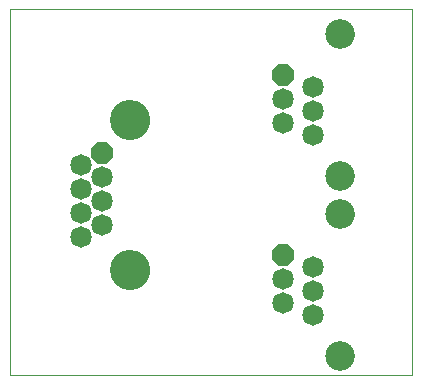
<source format=gbs>
G75*
%MOIN*%
%OFA0B0*%
%FSLAX25Y25*%
%IPPOS*%
%LPD*%
%AMOC8*
5,1,8,0,0,1.08239X$1,22.5*
%
%ADD10C,0.00000*%
%ADD11C,0.09855*%
%ADD12OC8,0.07178*%
%ADD13C,0.07178*%
%ADD14C,0.13398*%
D10*
X0001407Y0011778D02*
X0001407Y0133826D01*
X0135266Y0133826D01*
X0135266Y0011778D01*
X0001407Y0011778D01*
X0035108Y0046778D02*
X0035110Y0046936D01*
X0035116Y0047094D01*
X0035126Y0047252D01*
X0035140Y0047410D01*
X0035158Y0047567D01*
X0035179Y0047724D01*
X0035205Y0047880D01*
X0035235Y0048036D01*
X0035268Y0048191D01*
X0035306Y0048344D01*
X0035347Y0048497D01*
X0035392Y0048649D01*
X0035441Y0048800D01*
X0035494Y0048949D01*
X0035550Y0049097D01*
X0035610Y0049243D01*
X0035674Y0049388D01*
X0035742Y0049531D01*
X0035813Y0049673D01*
X0035887Y0049813D01*
X0035965Y0049950D01*
X0036047Y0050086D01*
X0036131Y0050220D01*
X0036220Y0050351D01*
X0036311Y0050480D01*
X0036406Y0050607D01*
X0036503Y0050732D01*
X0036604Y0050854D01*
X0036708Y0050973D01*
X0036815Y0051090D01*
X0036925Y0051204D01*
X0037038Y0051315D01*
X0037153Y0051424D01*
X0037271Y0051529D01*
X0037392Y0051631D01*
X0037515Y0051731D01*
X0037641Y0051827D01*
X0037769Y0051920D01*
X0037899Y0052010D01*
X0038032Y0052096D01*
X0038167Y0052180D01*
X0038303Y0052259D01*
X0038442Y0052336D01*
X0038583Y0052408D01*
X0038725Y0052478D01*
X0038869Y0052543D01*
X0039015Y0052605D01*
X0039162Y0052663D01*
X0039311Y0052718D01*
X0039461Y0052769D01*
X0039612Y0052816D01*
X0039764Y0052859D01*
X0039917Y0052898D01*
X0040072Y0052934D01*
X0040227Y0052965D01*
X0040383Y0052993D01*
X0040539Y0053017D01*
X0040696Y0053037D01*
X0040854Y0053053D01*
X0041011Y0053065D01*
X0041170Y0053073D01*
X0041328Y0053077D01*
X0041486Y0053077D01*
X0041644Y0053073D01*
X0041803Y0053065D01*
X0041960Y0053053D01*
X0042118Y0053037D01*
X0042275Y0053017D01*
X0042431Y0052993D01*
X0042587Y0052965D01*
X0042742Y0052934D01*
X0042897Y0052898D01*
X0043050Y0052859D01*
X0043202Y0052816D01*
X0043353Y0052769D01*
X0043503Y0052718D01*
X0043652Y0052663D01*
X0043799Y0052605D01*
X0043945Y0052543D01*
X0044089Y0052478D01*
X0044231Y0052408D01*
X0044372Y0052336D01*
X0044511Y0052259D01*
X0044647Y0052180D01*
X0044782Y0052096D01*
X0044915Y0052010D01*
X0045045Y0051920D01*
X0045173Y0051827D01*
X0045299Y0051731D01*
X0045422Y0051631D01*
X0045543Y0051529D01*
X0045661Y0051424D01*
X0045776Y0051315D01*
X0045889Y0051204D01*
X0045999Y0051090D01*
X0046106Y0050973D01*
X0046210Y0050854D01*
X0046311Y0050732D01*
X0046408Y0050607D01*
X0046503Y0050480D01*
X0046594Y0050351D01*
X0046683Y0050220D01*
X0046767Y0050086D01*
X0046849Y0049950D01*
X0046927Y0049813D01*
X0047001Y0049673D01*
X0047072Y0049531D01*
X0047140Y0049388D01*
X0047204Y0049243D01*
X0047264Y0049097D01*
X0047320Y0048949D01*
X0047373Y0048800D01*
X0047422Y0048649D01*
X0047467Y0048497D01*
X0047508Y0048344D01*
X0047546Y0048191D01*
X0047579Y0048036D01*
X0047609Y0047880D01*
X0047635Y0047724D01*
X0047656Y0047567D01*
X0047674Y0047410D01*
X0047688Y0047252D01*
X0047698Y0047094D01*
X0047704Y0046936D01*
X0047706Y0046778D01*
X0047704Y0046620D01*
X0047698Y0046462D01*
X0047688Y0046304D01*
X0047674Y0046146D01*
X0047656Y0045989D01*
X0047635Y0045832D01*
X0047609Y0045676D01*
X0047579Y0045520D01*
X0047546Y0045365D01*
X0047508Y0045212D01*
X0047467Y0045059D01*
X0047422Y0044907D01*
X0047373Y0044756D01*
X0047320Y0044607D01*
X0047264Y0044459D01*
X0047204Y0044313D01*
X0047140Y0044168D01*
X0047072Y0044025D01*
X0047001Y0043883D01*
X0046927Y0043743D01*
X0046849Y0043606D01*
X0046767Y0043470D01*
X0046683Y0043336D01*
X0046594Y0043205D01*
X0046503Y0043076D01*
X0046408Y0042949D01*
X0046311Y0042824D01*
X0046210Y0042702D01*
X0046106Y0042583D01*
X0045999Y0042466D01*
X0045889Y0042352D01*
X0045776Y0042241D01*
X0045661Y0042132D01*
X0045543Y0042027D01*
X0045422Y0041925D01*
X0045299Y0041825D01*
X0045173Y0041729D01*
X0045045Y0041636D01*
X0044915Y0041546D01*
X0044782Y0041460D01*
X0044647Y0041376D01*
X0044511Y0041297D01*
X0044372Y0041220D01*
X0044231Y0041148D01*
X0044089Y0041078D01*
X0043945Y0041013D01*
X0043799Y0040951D01*
X0043652Y0040893D01*
X0043503Y0040838D01*
X0043353Y0040787D01*
X0043202Y0040740D01*
X0043050Y0040697D01*
X0042897Y0040658D01*
X0042742Y0040622D01*
X0042587Y0040591D01*
X0042431Y0040563D01*
X0042275Y0040539D01*
X0042118Y0040519D01*
X0041960Y0040503D01*
X0041803Y0040491D01*
X0041644Y0040483D01*
X0041486Y0040479D01*
X0041328Y0040479D01*
X0041170Y0040483D01*
X0041011Y0040491D01*
X0040854Y0040503D01*
X0040696Y0040519D01*
X0040539Y0040539D01*
X0040383Y0040563D01*
X0040227Y0040591D01*
X0040072Y0040622D01*
X0039917Y0040658D01*
X0039764Y0040697D01*
X0039612Y0040740D01*
X0039461Y0040787D01*
X0039311Y0040838D01*
X0039162Y0040893D01*
X0039015Y0040951D01*
X0038869Y0041013D01*
X0038725Y0041078D01*
X0038583Y0041148D01*
X0038442Y0041220D01*
X0038303Y0041297D01*
X0038167Y0041376D01*
X0038032Y0041460D01*
X0037899Y0041546D01*
X0037769Y0041636D01*
X0037641Y0041729D01*
X0037515Y0041825D01*
X0037392Y0041925D01*
X0037271Y0042027D01*
X0037153Y0042132D01*
X0037038Y0042241D01*
X0036925Y0042352D01*
X0036815Y0042466D01*
X0036708Y0042583D01*
X0036604Y0042702D01*
X0036503Y0042824D01*
X0036406Y0042949D01*
X0036311Y0043076D01*
X0036220Y0043205D01*
X0036131Y0043336D01*
X0036047Y0043470D01*
X0035965Y0043606D01*
X0035887Y0043743D01*
X0035813Y0043883D01*
X0035742Y0044025D01*
X0035674Y0044168D01*
X0035610Y0044313D01*
X0035550Y0044459D01*
X0035494Y0044607D01*
X0035441Y0044756D01*
X0035392Y0044907D01*
X0035347Y0045059D01*
X0035306Y0045212D01*
X0035268Y0045365D01*
X0035235Y0045520D01*
X0035205Y0045676D01*
X0035179Y0045832D01*
X0035158Y0045989D01*
X0035140Y0046146D01*
X0035126Y0046304D01*
X0035116Y0046462D01*
X0035110Y0046620D01*
X0035108Y0046778D01*
X0035108Y0096778D02*
X0035110Y0096936D01*
X0035116Y0097094D01*
X0035126Y0097252D01*
X0035140Y0097410D01*
X0035158Y0097567D01*
X0035179Y0097724D01*
X0035205Y0097880D01*
X0035235Y0098036D01*
X0035268Y0098191D01*
X0035306Y0098344D01*
X0035347Y0098497D01*
X0035392Y0098649D01*
X0035441Y0098800D01*
X0035494Y0098949D01*
X0035550Y0099097D01*
X0035610Y0099243D01*
X0035674Y0099388D01*
X0035742Y0099531D01*
X0035813Y0099673D01*
X0035887Y0099813D01*
X0035965Y0099950D01*
X0036047Y0100086D01*
X0036131Y0100220D01*
X0036220Y0100351D01*
X0036311Y0100480D01*
X0036406Y0100607D01*
X0036503Y0100732D01*
X0036604Y0100854D01*
X0036708Y0100973D01*
X0036815Y0101090D01*
X0036925Y0101204D01*
X0037038Y0101315D01*
X0037153Y0101424D01*
X0037271Y0101529D01*
X0037392Y0101631D01*
X0037515Y0101731D01*
X0037641Y0101827D01*
X0037769Y0101920D01*
X0037899Y0102010D01*
X0038032Y0102096D01*
X0038167Y0102180D01*
X0038303Y0102259D01*
X0038442Y0102336D01*
X0038583Y0102408D01*
X0038725Y0102478D01*
X0038869Y0102543D01*
X0039015Y0102605D01*
X0039162Y0102663D01*
X0039311Y0102718D01*
X0039461Y0102769D01*
X0039612Y0102816D01*
X0039764Y0102859D01*
X0039917Y0102898D01*
X0040072Y0102934D01*
X0040227Y0102965D01*
X0040383Y0102993D01*
X0040539Y0103017D01*
X0040696Y0103037D01*
X0040854Y0103053D01*
X0041011Y0103065D01*
X0041170Y0103073D01*
X0041328Y0103077D01*
X0041486Y0103077D01*
X0041644Y0103073D01*
X0041803Y0103065D01*
X0041960Y0103053D01*
X0042118Y0103037D01*
X0042275Y0103017D01*
X0042431Y0102993D01*
X0042587Y0102965D01*
X0042742Y0102934D01*
X0042897Y0102898D01*
X0043050Y0102859D01*
X0043202Y0102816D01*
X0043353Y0102769D01*
X0043503Y0102718D01*
X0043652Y0102663D01*
X0043799Y0102605D01*
X0043945Y0102543D01*
X0044089Y0102478D01*
X0044231Y0102408D01*
X0044372Y0102336D01*
X0044511Y0102259D01*
X0044647Y0102180D01*
X0044782Y0102096D01*
X0044915Y0102010D01*
X0045045Y0101920D01*
X0045173Y0101827D01*
X0045299Y0101731D01*
X0045422Y0101631D01*
X0045543Y0101529D01*
X0045661Y0101424D01*
X0045776Y0101315D01*
X0045889Y0101204D01*
X0045999Y0101090D01*
X0046106Y0100973D01*
X0046210Y0100854D01*
X0046311Y0100732D01*
X0046408Y0100607D01*
X0046503Y0100480D01*
X0046594Y0100351D01*
X0046683Y0100220D01*
X0046767Y0100086D01*
X0046849Y0099950D01*
X0046927Y0099813D01*
X0047001Y0099673D01*
X0047072Y0099531D01*
X0047140Y0099388D01*
X0047204Y0099243D01*
X0047264Y0099097D01*
X0047320Y0098949D01*
X0047373Y0098800D01*
X0047422Y0098649D01*
X0047467Y0098497D01*
X0047508Y0098344D01*
X0047546Y0098191D01*
X0047579Y0098036D01*
X0047609Y0097880D01*
X0047635Y0097724D01*
X0047656Y0097567D01*
X0047674Y0097410D01*
X0047688Y0097252D01*
X0047698Y0097094D01*
X0047704Y0096936D01*
X0047706Y0096778D01*
X0047704Y0096620D01*
X0047698Y0096462D01*
X0047688Y0096304D01*
X0047674Y0096146D01*
X0047656Y0095989D01*
X0047635Y0095832D01*
X0047609Y0095676D01*
X0047579Y0095520D01*
X0047546Y0095365D01*
X0047508Y0095212D01*
X0047467Y0095059D01*
X0047422Y0094907D01*
X0047373Y0094756D01*
X0047320Y0094607D01*
X0047264Y0094459D01*
X0047204Y0094313D01*
X0047140Y0094168D01*
X0047072Y0094025D01*
X0047001Y0093883D01*
X0046927Y0093743D01*
X0046849Y0093606D01*
X0046767Y0093470D01*
X0046683Y0093336D01*
X0046594Y0093205D01*
X0046503Y0093076D01*
X0046408Y0092949D01*
X0046311Y0092824D01*
X0046210Y0092702D01*
X0046106Y0092583D01*
X0045999Y0092466D01*
X0045889Y0092352D01*
X0045776Y0092241D01*
X0045661Y0092132D01*
X0045543Y0092027D01*
X0045422Y0091925D01*
X0045299Y0091825D01*
X0045173Y0091729D01*
X0045045Y0091636D01*
X0044915Y0091546D01*
X0044782Y0091460D01*
X0044647Y0091376D01*
X0044511Y0091297D01*
X0044372Y0091220D01*
X0044231Y0091148D01*
X0044089Y0091078D01*
X0043945Y0091013D01*
X0043799Y0090951D01*
X0043652Y0090893D01*
X0043503Y0090838D01*
X0043353Y0090787D01*
X0043202Y0090740D01*
X0043050Y0090697D01*
X0042897Y0090658D01*
X0042742Y0090622D01*
X0042587Y0090591D01*
X0042431Y0090563D01*
X0042275Y0090539D01*
X0042118Y0090519D01*
X0041960Y0090503D01*
X0041803Y0090491D01*
X0041644Y0090483D01*
X0041486Y0090479D01*
X0041328Y0090479D01*
X0041170Y0090483D01*
X0041011Y0090491D01*
X0040854Y0090503D01*
X0040696Y0090519D01*
X0040539Y0090539D01*
X0040383Y0090563D01*
X0040227Y0090591D01*
X0040072Y0090622D01*
X0039917Y0090658D01*
X0039764Y0090697D01*
X0039612Y0090740D01*
X0039461Y0090787D01*
X0039311Y0090838D01*
X0039162Y0090893D01*
X0039015Y0090951D01*
X0038869Y0091013D01*
X0038725Y0091078D01*
X0038583Y0091148D01*
X0038442Y0091220D01*
X0038303Y0091297D01*
X0038167Y0091376D01*
X0038032Y0091460D01*
X0037899Y0091546D01*
X0037769Y0091636D01*
X0037641Y0091729D01*
X0037515Y0091825D01*
X0037392Y0091925D01*
X0037271Y0092027D01*
X0037153Y0092132D01*
X0037038Y0092241D01*
X0036925Y0092352D01*
X0036815Y0092466D01*
X0036708Y0092583D01*
X0036604Y0092702D01*
X0036503Y0092824D01*
X0036406Y0092949D01*
X0036311Y0093076D01*
X0036220Y0093205D01*
X0036131Y0093336D01*
X0036047Y0093470D01*
X0035965Y0093606D01*
X0035887Y0093743D01*
X0035813Y0093883D01*
X0035742Y0094025D01*
X0035674Y0094168D01*
X0035610Y0094313D01*
X0035550Y0094459D01*
X0035494Y0094607D01*
X0035441Y0094756D01*
X0035392Y0094907D01*
X0035347Y0095059D01*
X0035306Y0095212D01*
X0035268Y0095365D01*
X0035235Y0095520D01*
X0035205Y0095676D01*
X0035179Y0095832D01*
X0035158Y0095989D01*
X0035140Y0096146D01*
X0035126Y0096304D01*
X0035116Y0096462D01*
X0035110Y0096620D01*
X0035108Y0096778D01*
X0106879Y0078156D02*
X0106881Y0078290D01*
X0106887Y0078424D01*
X0106897Y0078558D01*
X0106911Y0078692D01*
X0106929Y0078825D01*
X0106950Y0078957D01*
X0106976Y0079089D01*
X0107006Y0079220D01*
X0107039Y0079350D01*
X0107076Y0079478D01*
X0107118Y0079606D01*
X0107162Y0079733D01*
X0107211Y0079858D01*
X0107263Y0079981D01*
X0107319Y0080103D01*
X0107379Y0080224D01*
X0107442Y0080342D01*
X0107508Y0080459D01*
X0107578Y0080573D01*
X0107651Y0080686D01*
X0107728Y0080796D01*
X0107808Y0080904D01*
X0107891Y0081009D01*
X0107977Y0081112D01*
X0108066Y0081212D01*
X0108158Y0081310D01*
X0108253Y0081405D01*
X0108351Y0081497D01*
X0108451Y0081586D01*
X0108554Y0081672D01*
X0108659Y0081755D01*
X0108767Y0081835D01*
X0108877Y0081912D01*
X0108990Y0081985D01*
X0109104Y0082055D01*
X0109221Y0082121D01*
X0109339Y0082184D01*
X0109460Y0082244D01*
X0109582Y0082300D01*
X0109705Y0082352D01*
X0109830Y0082401D01*
X0109957Y0082445D01*
X0110085Y0082487D01*
X0110213Y0082524D01*
X0110343Y0082557D01*
X0110474Y0082587D01*
X0110606Y0082613D01*
X0110738Y0082634D01*
X0110871Y0082652D01*
X0111005Y0082666D01*
X0111139Y0082676D01*
X0111273Y0082682D01*
X0111407Y0082684D01*
X0111541Y0082682D01*
X0111675Y0082676D01*
X0111809Y0082666D01*
X0111943Y0082652D01*
X0112076Y0082634D01*
X0112208Y0082613D01*
X0112340Y0082587D01*
X0112471Y0082557D01*
X0112601Y0082524D01*
X0112729Y0082487D01*
X0112857Y0082445D01*
X0112984Y0082401D01*
X0113109Y0082352D01*
X0113232Y0082300D01*
X0113354Y0082244D01*
X0113475Y0082184D01*
X0113593Y0082121D01*
X0113710Y0082055D01*
X0113824Y0081985D01*
X0113937Y0081912D01*
X0114047Y0081835D01*
X0114155Y0081755D01*
X0114260Y0081672D01*
X0114363Y0081586D01*
X0114463Y0081497D01*
X0114561Y0081405D01*
X0114656Y0081310D01*
X0114748Y0081212D01*
X0114837Y0081112D01*
X0114923Y0081009D01*
X0115006Y0080904D01*
X0115086Y0080796D01*
X0115163Y0080686D01*
X0115236Y0080573D01*
X0115306Y0080459D01*
X0115372Y0080342D01*
X0115435Y0080224D01*
X0115495Y0080103D01*
X0115551Y0079981D01*
X0115603Y0079858D01*
X0115652Y0079733D01*
X0115696Y0079606D01*
X0115738Y0079478D01*
X0115775Y0079350D01*
X0115808Y0079220D01*
X0115838Y0079089D01*
X0115864Y0078957D01*
X0115885Y0078825D01*
X0115903Y0078692D01*
X0115917Y0078558D01*
X0115927Y0078424D01*
X0115933Y0078290D01*
X0115935Y0078156D01*
X0115933Y0078022D01*
X0115927Y0077888D01*
X0115917Y0077754D01*
X0115903Y0077620D01*
X0115885Y0077487D01*
X0115864Y0077355D01*
X0115838Y0077223D01*
X0115808Y0077092D01*
X0115775Y0076962D01*
X0115738Y0076834D01*
X0115696Y0076706D01*
X0115652Y0076579D01*
X0115603Y0076454D01*
X0115551Y0076331D01*
X0115495Y0076209D01*
X0115435Y0076088D01*
X0115372Y0075970D01*
X0115306Y0075853D01*
X0115236Y0075739D01*
X0115163Y0075626D01*
X0115086Y0075516D01*
X0115006Y0075408D01*
X0114923Y0075303D01*
X0114837Y0075200D01*
X0114748Y0075100D01*
X0114656Y0075002D01*
X0114561Y0074907D01*
X0114463Y0074815D01*
X0114363Y0074726D01*
X0114260Y0074640D01*
X0114155Y0074557D01*
X0114047Y0074477D01*
X0113937Y0074400D01*
X0113824Y0074327D01*
X0113710Y0074257D01*
X0113593Y0074191D01*
X0113475Y0074128D01*
X0113354Y0074068D01*
X0113232Y0074012D01*
X0113109Y0073960D01*
X0112984Y0073911D01*
X0112857Y0073867D01*
X0112729Y0073825D01*
X0112601Y0073788D01*
X0112471Y0073755D01*
X0112340Y0073725D01*
X0112208Y0073699D01*
X0112076Y0073678D01*
X0111943Y0073660D01*
X0111809Y0073646D01*
X0111675Y0073636D01*
X0111541Y0073630D01*
X0111407Y0073628D01*
X0111273Y0073630D01*
X0111139Y0073636D01*
X0111005Y0073646D01*
X0110871Y0073660D01*
X0110738Y0073678D01*
X0110606Y0073699D01*
X0110474Y0073725D01*
X0110343Y0073755D01*
X0110213Y0073788D01*
X0110085Y0073825D01*
X0109957Y0073867D01*
X0109830Y0073911D01*
X0109705Y0073960D01*
X0109582Y0074012D01*
X0109460Y0074068D01*
X0109339Y0074128D01*
X0109221Y0074191D01*
X0109104Y0074257D01*
X0108990Y0074327D01*
X0108877Y0074400D01*
X0108767Y0074477D01*
X0108659Y0074557D01*
X0108554Y0074640D01*
X0108451Y0074726D01*
X0108351Y0074815D01*
X0108253Y0074907D01*
X0108158Y0075002D01*
X0108066Y0075100D01*
X0107977Y0075200D01*
X0107891Y0075303D01*
X0107808Y0075408D01*
X0107728Y0075516D01*
X0107651Y0075626D01*
X0107578Y0075739D01*
X0107508Y0075853D01*
X0107442Y0075970D01*
X0107379Y0076088D01*
X0107319Y0076209D01*
X0107263Y0076331D01*
X0107211Y0076454D01*
X0107162Y0076579D01*
X0107118Y0076706D01*
X0107076Y0076834D01*
X0107039Y0076962D01*
X0107006Y0077092D01*
X0106976Y0077223D01*
X0106950Y0077355D01*
X0106929Y0077487D01*
X0106911Y0077620D01*
X0106897Y0077754D01*
X0106887Y0077888D01*
X0106881Y0078022D01*
X0106879Y0078156D01*
X0106879Y0065400D02*
X0106881Y0065534D01*
X0106887Y0065668D01*
X0106897Y0065802D01*
X0106911Y0065936D01*
X0106929Y0066069D01*
X0106950Y0066201D01*
X0106976Y0066333D01*
X0107006Y0066464D01*
X0107039Y0066594D01*
X0107076Y0066722D01*
X0107118Y0066850D01*
X0107162Y0066977D01*
X0107211Y0067102D01*
X0107263Y0067225D01*
X0107319Y0067347D01*
X0107379Y0067468D01*
X0107442Y0067586D01*
X0107508Y0067703D01*
X0107578Y0067817D01*
X0107651Y0067930D01*
X0107728Y0068040D01*
X0107808Y0068148D01*
X0107891Y0068253D01*
X0107977Y0068356D01*
X0108066Y0068456D01*
X0108158Y0068554D01*
X0108253Y0068649D01*
X0108351Y0068741D01*
X0108451Y0068830D01*
X0108554Y0068916D01*
X0108659Y0068999D01*
X0108767Y0069079D01*
X0108877Y0069156D01*
X0108990Y0069229D01*
X0109104Y0069299D01*
X0109221Y0069365D01*
X0109339Y0069428D01*
X0109460Y0069488D01*
X0109582Y0069544D01*
X0109705Y0069596D01*
X0109830Y0069645D01*
X0109957Y0069689D01*
X0110085Y0069731D01*
X0110213Y0069768D01*
X0110343Y0069801D01*
X0110474Y0069831D01*
X0110606Y0069857D01*
X0110738Y0069878D01*
X0110871Y0069896D01*
X0111005Y0069910D01*
X0111139Y0069920D01*
X0111273Y0069926D01*
X0111407Y0069928D01*
X0111541Y0069926D01*
X0111675Y0069920D01*
X0111809Y0069910D01*
X0111943Y0069896D01*
X0112076Y0069878D01*
X0112208Y0069857D01*
X0112340Y0069831D01*
X0112471Y0069801D01*
X0112601Y0069768D01*
X0112729Y0069731D01*
X0112857Y0069689D01*
X0112984Y0069645D01*
X0113109Y0069596D01*
X0113232Y0069544D01*
X0113354Y0069488D01*
X0113475Y0069428D01*
X0113593Y0069365D01*
X0113710Y0069299D01*
X0113824Y0069229D01*
X0113937Y0069156D01*
X0114047Y0069079D01*
X0114155Y0068999D01*
X0114260Y0068916D01*
X0114363Y0068830D01*
X0114463Y0068741D01*
X0114561Y0068649D01*
X0114656Y0068554D01*
X0114748Y0068456D01*
X0114837Y0068356D01*
X0114923Y0068253D01*
X0115006Y0068148D01*
X0115086Y0068040D01*
X0115163Y0067930D01*
X0115236Y0067817D01*
X0115306Y0067703D01*
X0115372Y0067586D01*
X0115435Y0067468D01*
X0115495Y0067347D01*
X0115551Y0067225D01*
X0115603Y0067102D01*
X0115652Y0066977D01*
X0115696Y0066850D01*
X0115738Y0066722D01*
X0115775Y0066594D01*
X0115808Y0066464D01*
X0115838Y0066333D01*
X0115864Y0066201D01*
X0115885Y0066069D01*
X0115903Y0065936D01*
X0115917Y0065802D01*
X0115927Y0065668D01*
X0115933Y0065534D01*
X0115935Y0065400D01*
X0115933Y0065266D01*
X0115927Y0065132D01*
X0115917Y0064998D01*
X0115903Y0064864D01*
X0115885Y0064731D01*
X0115864Y0064599D01*
X0115838Y0064467D01*
X0115808Y0064336D01*
X0115775Y0064206D01*
X0115738Y0064078D01*
X0115696Y0063950D01*
X0115652Y0063823D01*
X0115603Y0063698D01*
X0115551Y0063575D01*
X0115495Y0063453D01*
X0115435Y0063332D01*
X0115372Y0063214D01*
X0115306Y0063097D01*
X0115236Y0062983D01*
X0115163Y0062870D01*
X0115086Y0062760D01*
X0115006Y0062652D01*
X0114923Y0062547D01*
X0114837Y0062444D01*
X0114748Y0062344D01*
X0114656Y0062246D01*
X0114561Y0062151D01*
X0114463Y0062059D01*
X0114363Y0061970D01*
X0114260Y0061884D01*
X0114155Y0061801D01*
X0114047Y0061721D01*
X0113937Y0061644D01*
X0113824Y0061571D01*
X0113710Y0061501D01*
X0113593Y0061435D01*
X0113475Y0061372D01*
X0113354Y0061312D01*
X0113232Y0061256D01*
X0113109Y0061204D01*
X0112984Y0061155D01*
X0112857Y0061111D01*
X0112729Y0061069D01*
X0112601Y0061032D01*
X0112471Y0060999D01*
X0112340Y0060969D01*
X0112208Y0060943D01*
X0112076Y0060922D01*
X0111943Y0060904D01*
X0111809Y0060890D01*
X0111675Y0060880D01*
X0111541Y0060874D01*
X0111407Y0060872D01*
X0111273Y0060874D01*
X0111139Y0060880D01*
X0111005Y0060890D01*
X0110871Y0060904D01*
X0110738Y0060922D01*
X0110606Y0060943D01*
X0110474Y0060969D01*
X0110343Y0060999D01*
X0110213Y0061032D01*
X0110085Y0061069D01*
X0109957Y0061111D01*
X0109830Y0061155D01*
X0109705Y0061204D01*
X0109582Y0061256D01*
X0109460Y0061312D01*
X0109339Y0061372D01*
X0109221Y0061435D01*
X0109104Y0061501D01*
X0108990Y0061571D01*
X0108877Y0061644D01*
X0108767Y0061721D01*
X0108659Y0061801D01*
X0108554Y0061884D01*
X0108451Y0061970D01*
X0108351Y0062059D01*
X0108253Y0062151D01*
X0108158Y0062246D01*
X0108066Y0062344D01*
X0107977Y0062444D01*
X0107891Y0062547D01*
X0107808Y0062652D01*
X0107728Y0062760D01*
X0107651Y0062870D01*
X0107578Y0062983D01*
X0107508Y0063097D01*
X0107442Y0063214D01*
X0107379Y0063332D01*
X0107319Y0063453D01*
X0107263Y0063575D01*
X0107211Y0063698D01*
X0107162Y0063823D01*
X0107118Y0063950D01*
X0107076Y0064078D01*
X0107039Y0064206D01*
X0107006Y0064336D01*
X0106976Y0064467D01*
X0106950Y0064599D01*
X0106929Y0064731D01*
X0106911Y0064864D01*
X0106897Y0064998D01*
X0106887Y0065132D01*
X0106881Y0065266D01*
X0106879Y0065400D01*
X0106879Y0018156D02*
X0106881Y0018290D01*
X0106887Y0018424D01*
X0106897Y0018558D01*
X0106911Y0018692D01*
X0106929Y0018825D01*
X0106950Y0018957D01*
X0106976Y0019089D01*
X0107006Y0019220D01*
X0107039Y0019350D01*
X0107076Y0019478D01*
X0107118Y0019606D01*
X0107162Y0019733D01*
X0107211Y0019858D01*
X0107263Y0019981D01*
X0107319Y0020103D01*
X0107379Y0020224D01*
X0107442Y0020342D01*
X0107508Y0020459D01*
X0107578Y0020573D01*
X0107651Y0020686D01*
X0107728Y0020796D01*
X0107808Y0020904D01*
X0107891Y0021009D01*
X0107977Y0021112D01*
X0108066Y0021212D01*
X0108158Y0021310D01*
X0108253Y0021405D01*
X0108351Y0021497D01*
X0108451Y0021586D01*
X0108554Y0021672D01*
X0108659Y0021755D01*
X0108767Y0021835D01*
X0108877Y0021912D01*
X0108990Y0021985D01*
X0109104Y0022055D01*
X0109221Y0022121D01*
X0109339Y0022184D01*
X0109460Y0022244D01*
X0109582Y0022300D01*
X0109705Y0022352D01*
X0109830Y0022401D01*
X0109957Y0022445D01*
X0110085Y0022487D01*
X0110213Y0022524D01*
X0110343Y0022557D01*
X0110474Y0022587D01*
X0110606Y0022613D01*
X0110738Y0022634D01*
X0110871Y0022652D01*
X0111005Y0022666D01*
X0111139Y0022676D01*
X0111273Y0022682D01*
X0111407Y0022684D01*
X0111541Y0022682D01*
X0111675Y0022676D01*
X0111809Y0022666D01*
X0111943Y0022652D01*
X0112076Y0022634D01*
X0112208Y0022613D01*
X0112340Y0022587D01*
X0112471Y0022557D01*
X0112601Y0022524D01*
X0112729Y0022487D01*
X0112857Y0022445D01*
X0112984Y0022401D01*
X0113109Y0022352D01*
X0113232Y0022300D01*
X0113354Y0022244D01*
X0113475Y0022184D01*
X0113593Y0022121D01*
X0113710Y0022055D01*
X0113824Y0021985D01*
X0113937Y0021912D01*
X0114047Y0021835D01*
X0114155Y0021755D01*
X0114260Y0021672D01*
X0114363Y0021586D01*
X0114463Y0021497D01*
X0114561Y0021405D01*
X0114656Y0021310D01*
X0114748Y0021212D01*
X0114837Y0021112D01*
X0114923Y0021009D01*
X0115006Y0020904D01*
X0115086Y0020796D01*
X0115163Y0020686D01*
X0115236Y0020573D01*
X0115306Y0020459D01*
X0115372Y0020342D01*
X0115435Y0020224D01*
X0115495Y0020103D01*
X0115551Y0019981D01*
X0115603Y0019858D01*
X0115652Y0019733D01*
X0115696Y0019606D01*
X0115738Y0019478D01*
X0115775Y0019350D01*
X0115808Y0019220D01*
X0115838Y0019089D01*
X0115864Y0018957D01*
X0115885Y0018825D01*
X0115903Y0018692D01*
X0115917Y0018558D01*
X0115927Y0018424D01*
X0115933Y0018290D01*
X0115935Y0018156D01*
X0115933Y0018022D01*
X0115927Y0017888D01*
X0115917Y0017754D01*
X0115903Y0017620D01*
X0115885Y0017487D01*
X0115864Y0017355D01*
X0115838Y0017223D01*
X0115808Y0017092D01*
X0115775Y0016962D01*
X0115738Y0016834D01*
X0115696Y0016706D01*
X0115652Y0016579D01*
X0115603Y0016454D01*
X0115551Y0016331D01*
X0115495Y0016209D01*
X0115435Y0016088D01*
X0115372Y0015970D01*
X0115306Y0015853D01*
X0115236Y0015739D01*
X0115163Y0015626D01*
X0115086Y0015516D01*
X0115006Y0015408D01*
X0114923Y0015303D01*
X0114837Y0015200D01*
X0114748Y0015100D01*
X0114656Y0015002D01*
X0114561Y0014907D01*
X0114463Y0014815D01*
X0114363Y0014726D01*
X0114260Y0014640D01*
X0114155Y0014557D01*
X0114047Y0014477D01*
X0113937Y0014400D01*
X0113824Y0014327D01*
X0113710Y0014257D01*
X0113593Y0014191D01*
X0113475Y0014128D01*
X0113354Y0014068D01*
X0113232Y0014012D01*
X0113109Y0013960D01*
X0112984Y0013911D01*
X0112857Y0013867D01*
X0112729Y0013825D01*
X0112601Y0013788D01*
X0112471Y0013755D01*
X0112340Y0013725D01*
X0112208Y0013699D01*
X0112076Y0013678D01*
X0111943Y0013660D01*
X0111809Y0013646D01*
X0111675Y0013636D01*
X0111541Y0013630D01*
X0111407Y0013628D01*
X0111273Y0013630D01*
X0111139Y0013636D01*
X0111005Y0013646D01*
X0110871Y0013660D01*
X0110738Y0013678D01*
X0110606Y0013699D01*
X0110474Y0013725D01*
X0110343Y0013755D01*
X0110213Y0013788D01*
X0110085Y0013825D01*
X0109957Y0013867D01*
X0109830Y0013911D01*
X0109705Y0013960D01*
X0109582Y0014012D01*
X0109460Y0014068D01*
X0109339Y0014128D01*
X0109221Y0014191D01*
X0109104Y0014257D01*
X0108990Y0014327D01*
X0108877Y0014400D01*
X0108767Y0014477D01*
X0108659Y0014557D01*
X0108554Y0014640D01*
X0108451Y0014726D01*
X0108351Y0014815D01*
X0108253Y0014907D01*
X0108158Y0015002D01*
X0108066Y0015100D01*
X0107977Y0015200D01*
X0107891Y0015303D01*
X0107808Y0015408D01*
X0107728Y0015516D01*
X0107651Y0015626D01*
X0107578Y0015739D01*
X0107508Y0015853D01*
X0107442Y0015970D01*
X0107379Y0016088D01*
X0107319Y0016209D01*
X0107263Y0016331D01*
X0107211Y0016454D01*
X0107162Y0016579D01*
X0107118Y0016706D01*
X0107076Y0016834D01*
X0107039Y0016962D01*
X0107006Y0017092D01*
X0106976Y0017223D01*
X0106950Y0017355D01*
X0106929Y0017487D01*
X0106911Y0017620D01*
X0106897Y0017754D01*
X0106887Y0017888D01*
X0106881Y0018022D01*
X0106879Y0018156D01*
X0106879Y0125400D02*
X0106881Y0125534D01*
X0106887Y0125668D01*
X0106897Y0125802D01*
X0106911Y0125936D01*
X0106929Y0126069D01*
X0106950Y0126201D01*
X0106976Y0126333D01*
X0107006Y0126464D01*
X0107039Y0126594D01*
X0107076Y0126722D01*
X0107118Y0126850D01*
X0107162Y0126977D01*
X0107211Y0127102D01*
X0107263Y0127225D01*
X0107319Y0127347D01*
X0107379Y0127468D01*
X0107442Y0127586D01*
X0107508Y0127703D01*
X0107578Y0127817D01*
X0107651Y0127930D01*
X0107728Y0128040D01*
X0107808Y0128148D01*
X0107891Y0128253D01*
X0107977Y0128356D01*
X0108066Y0128456D01*
X0108158Y0128554D01*
X0108253Y0128649D01*
X0108351Y0128741D01*
X0108451Y0128830D01*
X0108554Y0128916D01*
X0108659Y0128999D01*
X0108767Y0129079D01*
X0108877Y0129156D01*
X0108990Y0129229D01*
X0109104Y0129299D01*
X0109221Y0129365D01*
X0109339Y0129428D01*
X0109460Y0129488D01*
X0109582Y0129544D01*
X0109705Y0129596D01*
X0109830Y0129645D01*
X0109957Y0129689D01*
X0110085Y0129731D01*
X0110213Y0129768D01*
X0110343Y0129801D01*
X0110474Y0129831D01*
X0110606Y0129857D01*
X0110738Y0129878D01*
X0110871Y0129896D01*
X0111005Y0129910D01*
X0111139Y0129920D01*
X0111273Y0129926D01*
X0111407Y0129928D01*
X0111541Y0129926D01*
X0111675Y0129920D01*
X0111809Y0129910D01*
X0111943Y0129896D01*
X0112076Y0129878D01*
X0112208Y0129857D01*
X0112340Y0129831D01*
X0112471Y0129801D01*
X0112601Y0129768D01*
X0112729Y0129731D01*
X0112857Y0129689D01*
X0112984Y0129645D01*
X0113109Y0129596D01*
X0113232Y0129544D01*
X0113354Y0129488D01*
X0113475Y0129428D01*
X0113593Y0129365D01*
X0113710Y0129299D01*
X0113824Y0129229D01*
X0113937Y0129156D01*
X0114047Y0129079D01*
X0114155Y0128999D01*
X0114260Y0128916D01*
X0114363Y0128830D01*
X0114463Y0128741D01*
X0114561Y0128649D01*
X0114656Y0128554D01*
X0114748Y0128456D01*
X0114837Y0128356D01*
X0114923Y0128253D01*
X0115006Y0128148D01*
X0115086Y0128040D01*
X0115163Y0127930D01*
X0115236Y0127817D01*
X0115306Y0127703D01*
X0115372Y0127586D01*
X0115435Y0127468D01*
X0115495Y0127347D01*
X0115551Y0127225D01*
X0115603Y0127102D01*
X0115652Y0126977D01*
X0115696Y0126850D01*
X0115738Y0126722D01*
X0115775Y0126594D01*
X0115808Y0126464D01*
X0115838Y0126333D01*
X0115864Y0126201D01*
X0115885Y0126069D01*
X0115903Y0125936D01*
X0115917Y0125802D01*
X0115927Y0125668D01*
X0115933Y0125534D01*
X0115935Y0125400D01*
X0115933Y0125266D01*
X0115927Y0125132D01*
X0115917Y0124998D01*
X0115903Y0124864D01*
X0115885Y0124731D01*
X0115864Y0124599D01*
X0115838Y0124467D01*
X0115808Y0124336D01*
X0115775Y0124206D01*
X0115738Y0124078D01*
X0115696Y0123950D01*
X0115652Y0123823D01*
X0115603Y0123698D01*
X0115551Y0123575D01*
X0115495Y0123453D01*
X0115435Y0123332D01*
X0115372Y0123214D01*
X0115306Y0123097D01*
X0115236Y0122983D01*
X0115163Y0122870D01*
X0115086Y0122760D01*
X0115006Y0122652D01*
X0114923Y0122547D01*
X0114837Y0122444D01*
X0114748Y0122344D01*
X0114656Y0122246D01*
X0114561Y0122151D01*
X0114463Y0122059D01*
X0114363Y0121970D01*
X0114260Y0121884D01*
X0114155Y0121801D01*
X0114047Y0121721D01*
X0113937Y0121644D01*
X0113824Y0121571D01*
X0113710Y0121501D01*
X0113593Y0121435D01*
X0113475Y0121372D01*
X0113354Y0121312D01*
X0113232Y0121256D01*
X0113109Y0121204D01*
X0112984Y0121155D01*
X0112857Y0121111D01*
X0112729Y0121069D01*
X0112601Y0121032D01*
X0112471Y0120999D01*
X0112340Y0120969D01*
X0112208Y0120943D01*
X0112076Y0120922D01*
X0111943Y0120904D01*
X0111809Y0120890D01*
X0111675Y0120880D01*
X0111541Y0120874D01*
X0111407Y0120872D01*
X0111273Y0120874D01*
X0111139Y0120880D01*
X0111005Y0120890D01*
X0110871Y0120904D01*
X0110738Y0120922D01*
X0110606Y0120943D01*
X0110474Y0120969D01*
X0110343Y0120999D01*
X0110213Y0121032D01*
X0110085Y0121069D01*
X0109957Y0121111D01*
X0109830Y0121155D01*
X0109705Y0121204D01*
X0109582Y0121256D01*
X0109460Y0121312D01*
X0109339Y0121372D01*
X0109221Y0121435D01*
X0109104Y0121501D01*
X0108990Y0121571D01*
X0108877Y0121644D01*
X0108767Y0121721D01*
X0108659Y0121801D01*
X0108554Y0121884D01*
X0108451Y0121970D01*
X0108351Y0122059D01*
X0108253Y0122151D01*
X0108158Y0122246D01*
X0108066Y0122344D01*
X0107977Y0122444D01*
X0107891Y0122547D01*
X0107808Y0122652D01*
X0107728Y0122760D01*
X0107651Y0122870D01*
X0107578Y0122983D01*
X0107508Y0123097D01*
X0107442Y0123214D01*
X0107379Y0123332D01*
X0107319Y0123453D01*
X0107263Y0123575D01*
X0107211Y0123698D01*
X0107162Y0123823D01*
X0107118Y0123950D01*
X0107076Y0124078D01*
X0107039Y0124206D01*
X0107006Y0124336D01*
X0106976Y0124467D01*
X0106950Y0124599D01*
X0106929Y0124731D01*
X0106911Y0124864D01*
X0106897Y0124998D01*
X0106887Y0125132D01*
X0106881Y0125266D01*
X0106879Y0125400D01*
D11*
X0111407Y0125400D03*
X0111407Y0078156D03*
X0111407Y0065400D03*
X0111407Y0018156D03*
D12*
X0092352Y0051818D03*
X0092352Y0111818D03*
X0032156Y0085833D03*
D13*
X0025148Y0081818D03*
X0032156Y0077822D03*
X0025148Y0073806D03*
X0032156Y0069751D03*
X0025148Y0065735D03*
X0032156Y0061739D03*
X0025148Y0057723D03*
X0092352Y0043786D03*
X0092352Y0035755D03*
X0102352Y0039770D03*
X0102352Y0031739D03*
X0102352Y0047802D03*
X0102352Y0091739D03*
X0102352Y0099770D03*
X0102352Y0107802D03*
X0092352Y0103786D03*
X0092352Y0095755D03*
D14*
X0041407Y0096778D03*
X0041407Y0046778D03*
M02*

</source>
